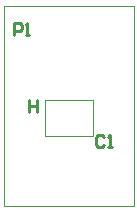
<source format=gbr>
%TF.GenerationSoftware,Altium Limited,Altium Designer,20.0.9 (164)*%
G04 Layer_Color=65535*
%FSLAX45Y45*%
%MOMM*%
%TF.FileFunction,Legend,Top*%
%TF.Part,Single*%
G01*
G75*
%TA.AperFunction,NonConductor*%
%ADD22C,0.10000*%
%ADD23C,0.25400*%
D22*
X14150000Y5100000D02*
Y6800000D01*
X15250000D01*
X14150000Y5100000D02*
X15250000D01*
Y6800000D01*
X14500540Y5699580D02*
X14900540D01*
X14500540D02*
Y5999580D01*
X14900540D01*
Y5699580D02*
Y5999580D01*
D23*
X14233356Y6550016D02*
Y6649984D01*
X14283339D01*
X14300000Y6633323D01*
Y6600000D01*
X14283339Y6583339D01*
X14233356D01*
X14333324Y6550016D02*
X14366644D01*
X14349985D01*
Y6649984D01*
X14333324Y6633323D01*
X14366676Y5999984D02*
Y5900016D01*
Y5950000D01*
X14433322D01*
Y5999984D01*
Y5900016D01*
X15000000Y5683322D02*
X14983339Y5699984D01*
X14950015D01*
X14933356Y5683322D01*
Y5616677D01*
X14950015Y5600016D01*
X14983339D01*
X15000000Y5616677D01*
X15033324Y5600016D02*
X15066644D01*
X15049985D01*
Y5699984D01*
X15033324Y5683322D01*
%TF.MD5,eab73fa0beb690162e785f14d7445c22*%
M02*

</source>
